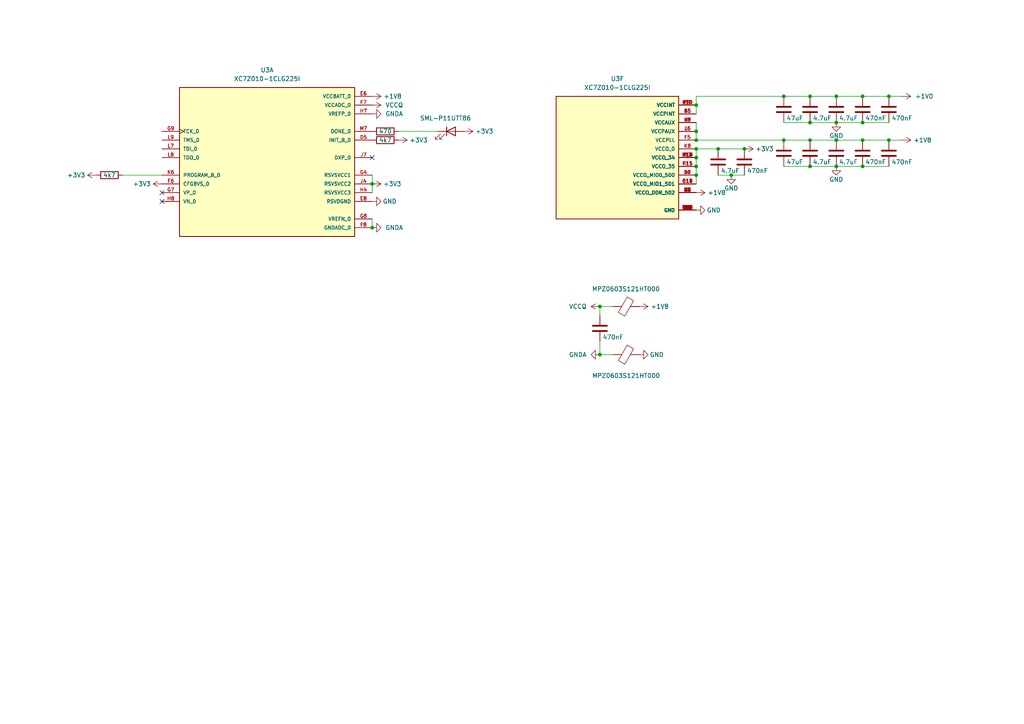
<source format=kicad_sch>
(kicad_sch (version 20231120) (generator "eeschema") (generator_version "8.0")
  (paper "A4")
  (lib_symbols
    (symbol "Device:C" (pin_numbers hide) (pin_names (offset 0.254))
      (property "Reference" "C" (at 0.635 2.54 0))
      (property "Value" "C" (at 0.635 -2.54 0))
      (symbol "C_0_1"
        (polyline (pts (xy -2.032 -0.762) (xy 2.032 -0.762)) (stroke (width 0.508)))
        (polyline (pts (xy -2.032 0.762) (xy 2.032 0.762)) (stroke (width 0.508)))
      )
      (symbol "C_1_1"
        (pin passive line (at 0 3.81 270) (length 2.794) (name "~") (number "1"))
        (pin passive line (at 0 -3.81 90) (length 2.794) (name "~") (number "2"))
      )
    )
    (symbol "Device:FerriteBead" (pin_numbers hide) (pin_names (offset 0))
      (property "Reference" "FB" (at -3.81 0.635 90))
      (property "Value" "FerriteBead" (at 3.81 0 90))
      (symbol "FerriteBead_0_1"
        (polyline (pts (xy 0 -1.27) (xy 0 -1.2192)))
        (polyline (pts (xy 0 1.27) (xy 0 1.2954)))
        (polyline (pts (xy -2.7686 0.4064) (xy -1.7018 2.2606) (xy 2.7686 -0.3048) (xy 1.6764 -2.159) (xy -2.7686 0.4064)))
      )
      (symbol "FerriteBead_1_1"
        (pin passive line (at 0 3.81 270) (length 2.54) (name "~") (number "1"))
        (pin passive line (at 0 -3.81 90) (length 2.54) (name "~") (number "2"))
      )
    )
    (symbol "Device:LED" (pin_numbers hide) (pin_names (offset 1.016) hide)
      (property "Reference" "D" (at 0 2.54 0))
      (property "Value" "LED" (at 0 -2.54 0))
      (symbol "LED_0_1"
        (polyline (pts (xy -1.27 -1.27) (xy -1.27 1.27)) (stroke (width 0.254)))
        (polyline (pts (xy -1.27 0) (xy 1.27 0)))
        (polyline (pts (xy 1.27 -1.27) (xy 1.27 1.27) (xy -1.27 0) (xy 1.27 -1.27)) (stroke (width 0.254)))
        (polyline (pts (xy -3.048 -0.762) (xy -4.572 -2.286) (xy -3.81 -2.286) (xy -4.572 -2.286) (xy -4.572 -1.524)))
        (polyline (pts (xy -1.778 -0.762) (xy -3.302 -2.286) (xy -2.54 -2.286) (xy -3.302 -2.286) (xy -3.302 -1.524)))
      )
      (symbol "LED_1_1"
        (pin passive line (at -3.81 0 0) (length 2.54) (name "K") (number "1"))
        (pin passive line (at 3.81 0 180) (length 2.54) (name "A") (number "2"))
      )
    )
    (symbol "Device:R" (pin_numbers hide) (pin_names (offset 0))
      (property "Reference" "R" (at 2.032 0 90))
      (property "Value" "R" (at 0 0 90))
      (symbol "R_0_1"
        (rectangle (start -1.016 -2.54) (end 1.016 2.54) (stroke (width 0.254)))
      )
      (symbol "R_1_1"
        (pin passive line (at 0 3.81 270) (length 1.27) (name "~") (number "1"))
        (pin passive line (at 0 -3.81 90) (length 1.27) (name "~") (number "2"))
      )
    )
    (symbol "ESP32-PRO_Rev_B1:GND" (power) (pin_names (offset 0))
      (property "Value" "GND" (at 0 -3.81 0))
      (symbol "GND_0_1"
        (polyline (pts (xy 0 0) (xy 0 -1.27) (xy 1.27 -1.27) (xy 0 -2.54) (xy -1.27 -1.27) (xy 0 -1.27)))
      )
      (symbol "GND_1_1"
        (pin power_in line (at 0 0 270) (length 0) hide (name "GND") (number "1"))
      )
    )
    (symbol "Personal:XC7Z010-1CLG225I" (pin_names (offset 1.016))
      (property "Reference" "U" (at -25.5456 24.8201 0))
      (property "Value" "XC7Z010-1CLG225I" (at -25.5473 -24.1252 0))
      (symbol "XC7Z010-1CLG225I_1_0"
        (rectangle (start -25.4 -20.32) (end 25.4 22.86) (stroke (width 0.254)) (fill (type background)))
        (pin bidirectional line (at 30.48 7.62 180) (length 5.08) (name "INIT_B_0") (number "D5"))
        (pin power_in line (at 30.48 20.32 180) (length 5.08) (name "VCCBATT_0") (number "E6"))
        (pin passive line (at 30.48 -10.16 180) (length 5.08) (name "RSVDGND") (number "E8"))
        (pin input line (at -30.48 -5.08 0) (length 5.08) (name "CFGBVS_0") (number "F6"))
        (pin power_in line (at 30.48 17.78 180) (length 5.08) (name "VCCADC_0") (number "F7"))
        (pin power_in line (at 30.48 -17.78 180) (length 5.08) (name "GNDADC_0") (number "F8"))
        (pin passive line (at 30.48 -2.54 180) (length 5.08) (name "RSVSVCC1") (number "G4"))
        (pin input line (at -30.48 -7.62 0) (length 5.08) (name "VP_0") (number "G7"))
        (pin power_in line (at 30.48 -15.24 180) (length 5.08) (name "VREFN_0") (number "G8"))
        (pin input clock (at -30.48 10.16 0) (length 5.08) (name "TCK_0") (number "G9"))
        (pin passive line (at 30.48 -7.62 180) (length 5.08) (name "RSVSVCC3") (number "H4"))
        (pin power_in line (at 30.48 15.24 180) (length 5.08) (name "VREFP_0") (number "H7"))
        (pin input line (at -30.48 -10.16 0) (length 5.08) (name "VN_0") (number "H8"))
        (pin passive line (at 30.48 -5.08 180) (length 5.08) (name "RSVSVCC2") (number "J4"))
        (pin output line (at 30.48 2.54 180) (length 5.08) (name "DXP_0") (number "J7"))
        (pin input line (at -30.48 -2.54 0) (length 5.08) (name "PROGRAM_B_0") (number "K6"))
        (pin input line (at -30.48 5.08 0) (length 5.08) (name "TDI_0") (number "L7"))
        (pin output line (at -30.48 2.54 0) (length 5.08) (name "TDO_0") (number "L8"))
        (pin input line (at -30.48 7.62 0) (length 5.08) (name "TMS_0") (number "L9"))
        (pin bidirectional line (at 30.48 10.16 180) (length 5.08) (name "DONE_0") (number "M7"))
      )
      (symbol "XC7Z010-1CLG225I_2_0"
        (rectangle (start -27.94 -30.48) (end 27.94 33.02) (stroke (width 0.254)) (fill (type background)))
        (pin bidirectional line (at -33.02 30.48 0) (length 5.08) (name "IO_L1P_T0_34") (number "G11"))
        (pin bidirectional line (at -33.02 25.4 0) (length 5.08) (name "IO_L2P_T0_34") (number "G12"))
        (pin bidirectional line (at -33.02 20.32 0) (length 5.08) (name "IO_L3P_T0_DQS_PUDC_B_34") (number "G14"))
        (pin bidirectional line (at -33.02 5.08 0) (length 5.08) (name "IO_L6P_T0_34") (number "H11"))
        (pin bidirectional line (at -33.02 27.94 0) (length 5.08) (name "IO_L1N_T0_34") (number "H12"))
        (pin bidirectional line (at -33.02 22.86 0) (length 5.08) (name "IO_L2N_T0_34") (number "H13"))
        (pin bidirectional line (at -33.02 17.78 0) (length 5.08) (name "IO_L3N_T0_DQS_34") (number "H14"))
        (pin bidirectional line (at -33.02 2.54 0) (length 5.08) (name "IO_L6N_T0_VREF_34") (number "J11"))
        (pin bidirectional line (at -33.02 10.16 0) (length 5.08) (name "IO_L5P_T0_34") (number "J13"))
        (pin bidirectional line (at -33.02 7.62 0) (length 5.08) (name "IO_L5N_T0_34") (number "J14"))
        (pin bidirectional line (at -33.02 15.24 0) (length 5.08) (name "IO_L4P_T0_34") (number "J15"))
        (pin bidirectional line (at -33.02 -20.32 0) (length 5.08) (name "IO_L11P_T1_SRCC_34") (number "K11"))
        (pin bidirectional line (at -33.02 -22.86 0) (length 5.08) (name "IO_L11N_T1_SRCC_34") (number "K12"))
        (pin bidirectional line (at -33.02 -15.24 0) (length 5.08) (name "IO_L10P_T1_34") (number "K13"))
        (pin bidirectional line (at -33.02 12.7 0) (length 5.08) (name "IO_L4N_T0_34") (number "K15"))
        (pin bidirectional line (at -33.02 -25.4 0) (length 5.08) (name "IO_L12P_T1_MRCC_34") (number "L12"))
        (pin bidirectional line (at -33.02 -17.78 0) (length 5.08) (name "IO_L10N_T1_34") (number "L13"))
        (pin bidirectional line (at -33.02 -10.16 0) (length 5.08) (name "IO_L9P_T1_DQS_34") (number "L14"))
        (pin bidirectional line (at -33.02 -5.08 0) (length 5.08) (name "IO_L8P_T1_34") (number "L15"))
        (pin bidirectional line (at 33.02 -5.08 180) (length 5.08) (name "IO_L21P_T3_DQS_34") (number "M10"))
        (pin bidirectional line (at 33.02 -7.62 180) (length 5.08) (name "IO_L21N_T3_DQS_34") (number "M11"))
        (pin bidirectional line (at -33.02 -27.94 0) (length 5.08) (name "IO_L12N_T1_MRCC_34") (number "M12"))
        (pin bidirectional line (at -33.02 -12.7 0) (length 5.08) (name "IO_L9N_T1_DQS_34") (number "M14"))
        (pin bidirectional line (at -33.02 -7.62 0) (length 5.08) (name "IO_L8N_T1_34") (number "M15"))
        (pin bidirectional line (at 33.02 5.08 180) (length 5.08) (name "IO_L19P_T3_34") (number "M9"))
        (pin bidirectional line (at 33.02 30.48 180) (length 5.08) (name "IO_L13P_T2_MRCC_34") (number "N11"))
        (pin bidirectional line (at 33.02 27.94 180) (length 5.08) (name "IO_L13N_T2_MRCC_34") (number "N12"))
        (pin bidirectional line (at -33.02 0 0) (length 5.08) (name "IO_L7P_T1_34") (number "N13"))
        (pin bidirectional line (at -33.02 -2.54 0) (length 5.08) (name "IO_L7N_T1_34") (number "N14"))
        (pin bidirectional line (at 33.02 -10.16 180) (length 5.08) (name "IO_L22P_T3_34") (number "N7"))
        (pin bidirectional line (at 33.02 -12.7 180) (length 5.08) (name "IO_L22N_T3_34") (number "N8"))
        (pin bidirectional line (at 33.02 2.54 180) (length 5.08) (name "IO_L19N_T3_VREF_34") (number "N9"))
        (pin bidirectional line (at 33.02 -20.32 180) (length 5.08) (name "IO_L24P_T3_34") (number "P10"))
        (pin bidirectional line (at 33.02 20.32 180) (length 5.08) (name "IO_L16P_T2_34") (number "P11"))
        (pin bidirectional line (at 33.02 10.16 180) (length 5.08) (name "IO_L18P_T2_34") (number "P13"))
        (pin bidirectional line (at 33.02 7.62 180) (length 5.08) (name "IO_L18N_T2_34") (number "P14"))
        (pin bidirectional line (at 33.02 25.4 180) (length 5.08) (name "IO_L15P_T2_DQS_34") (number "P15"))
        (pin bidirectional line (at 33.02 -15.24 180) (length 5.08) (name "IO_L23P_T3_34") (number "P8"))
        (pin bidirectional line (at 33.02 -17.78 180) (length 5.08) (name "IO_L23N_T3_34") (number "P9"))
        (pin bidirectional line (at 33.02 -22.86 180) (length 5.08) (name "IO_L24N_T3_34") (number "R10"))
        (pin bidirectional line (at 33.02 17.78 180) (length 5.08) (name "IO_L16N_T2_34") (number "R11"))
        (pin bidirectional line (at 33.02 15.24 180) (length 5.08) (name "IO_L17P_T2_34") (number "R12"))
        (pin bidirectional line (at 33.02 12.7 180) (length 5.08) (name "IO_L17N_T2_34") (number "R13"))
        (pin bidirectional line (at 33.02 22.86 180) (length 5.08) (name "IO_L15N_T2_DQS_34") (number "R15"))
        (pin bidirectional line (at 33.02 0 180) (length 5.08) (name "IO_L20P_T3_34") (number "R7"))
        (pin bidirectional line (at 33.02 -2.54 180) (length 5.08) (name "IO_L20N_T3_34") (number "R8"))
      )
      (symbol "XC7Z010-1CLG225I_3_0"
        (rectangle (start -22.86 -10.16) (end 22.86 12.7) (stroke (width 0.254)) (fill (type background)))
        (pin bidirectional line (at -27.94 5.08 0) (length 5.08) (name "IO_L2P_T0_AD8P_35") (number "E11"))
        (pin bidirectional line (at -27.94 2.54 0) (length 5.08) (name "IO_L2N_T0_AD8N_35") (number "E12"))
        (pin bidirectional line (at -27.94 7.62 0) (length 5.08) (name "IO_L1N_T0_AD0N_35") (number "E13"))
        (pin bidirectional line (at -27.94 10.16 0) (length 5.08) (name "IO_L1P_T0_AD0P_35") (number "F12"))
        (pin bidirectional line (at -27.94 0 0) (length 5.08) (name "IO_L3P_T0_DQS_AD1P_35") (number "F13"))
        (pin bidirectional line (at -27.94 -2.54 0) (length 5.08) (name "IO_L3N_T0_DQS_AD1N_35") (number "F14"))
        (pin bidirectional line (at -27.94 -7.62 0) (length 5.08) (name "IO_L5N_T0_AD9N_35") (number "F15"))
        (pin bidirectional line (at -27.94 -5.08 0) (length 5.08) (name "IO_L5P_T0_AD9P_35") (number "G15"))
      )
      (symbol "XC7Z010-1CLG225I_4_0"
        (rectangle (start -22.86 -25.4) (end 22.86 25.4) (stroke (width 0.254)) (fill (type background)))
        (pin bidirectional line (at -27.94 0 0) (length 5.08) (name "PS_MIO6_500") (number "A10"))
        (pin bidirectional line (at 27.94 -20.32 180) (length 5.08) (name "PS_MIO52_501") (number "A12"))
        (pin bidirectional line (at 27.94 -10.16 180) (length 5.08) (name "PS_MIO38_501") (number "A13"))
        (pin bidirectional line (at 27.94 -2.54 180) (length 5.08) (name "PS_MIO35_501") (number "A14"))
        (pin bidirectional line (at 27.94 15.24 180) (length 5.08) (name "PS_MIO28_501") (number "A15"))
        (pin bidirectional line (at -27.94 12.7 0) (length 5.08) (name "PS_MIO1_500") (number "A5"))
        (pin bidirectional line (at -27.94 7.62 0) (length 5.08) (name "PS_MIO3_500") (number "A7"))
        (pin bidirectional line (at -27.94 10.16 0) (length 5.08) (name "PS_MIO2_500") (number "A8"))
        (pin bidirectional line (at -27.94 2.54 0) (length 5.08) (name "PS_MIO5_500") (number "A9"))
        (pin bidirectional line (at -27.94 -12.7 0) (length 5.08) (name "PS_MIO11_500") (number "B10"))
        (pin input line (at 27.94 20.32 180) (length 5.08) (name "PS_SRST_B_501") (number "B11"))
        (pin bidirectional line (at 27.94 -15.24 180) (length 5.08) (name "PS_MIO48_501") (number "B12"))
        (pin bidirectional line (at 27.94 -5.08 180) (length 5.08) (name "PS_MIO36_501") (number "B14"))
        (pin bidirectional line (at 27.94 10.16 180) (length 5.08) (name "PS_MIO30_501") (number "B15"))
        (pin bidirectional line (at -27.94 -7.62 0) (length 5.08) (name "PS_MIO9_500") (number "B5"))
        (pin bidirectional line (at -27.94 -5.08 0) (length 5.08) (name "PS_MIO8_500") (number "B6"))
        (pin bidirectional line (at -27.94 -15.24 0) (length 5.08) (name "PS_MIO12_500") (number "B7"))
        (pin bidirectional line (at -27.94 -20.32 0) (length 5.08) (name "PS_MIO14_500") (number "B9"))
        (pin bidirectional line (at 27.94 2.54 180) (length 5.08) (name "PS_MIO33_501") (number "C11"))
        (pin bidirectional line (at 27.94 7.62 180) (length 5.08) (name "PS_MIO31_501") (number "C12"))
        (pin bidirectional line (at 27.94 -22.86 180) (length 5.08) (name "PS_MIO53_501") (number "C13"))
        (pin bidirectional line (at 27.94 -7.62 180) (length 5.08) (name "PS_MIO37_501") (number "C14"))
        (pin bidirectional line (at -27.94 -17.78 0) (length 5.08) (name "PS_MIO13_500") (number "C6"))
        (pin input clock (at -27.94 22.86 0) (length 5.08) (name "PS_CLK_500") (number "C7"))
        (pin bidirectional line (at -27.94 5.08 0) (length 5.08) (name "PS_MIO4_500") (number "C8"))
        (pin input line (at -27.94 20.32 0) (length 5.08) (name "PS_POR_B_500") (number "C9"))
        (pin bidirectional line (at -27.94 -22.86 0) (length 5.08) (name "PS_MIO15_500") (number "D10"))
        (pin bidirectional line (at 27.94 12.7 180) (length 5.08) (name "PS_MIO29_501") (number "D11"))
        (pin bidirectional line (at 27.94 -17.78 180) (length 5.08) (name "PS_MIO49_501") (number "D13"))
        (pin bidirectional line (at 27.94 -12.7 180) (length 5.08) (name "PS_MIO39_501") (number "D14"))
        (pin bidirectional line (at 27.94 0 180) (length 5.08) (name "PS_MIO34_501") (number "D15"))
        (pin bidirectional line (at -27.94 -10.16 0) (length 5.08) (name "PS_MIO10_500") (number "D6"))
        (pin bidirectional line (at -27.94 15.24 0) (length 5.08) (name "PS_MIO0_500") (number "D8"))
        (pin bidirectional line (at -27.94 -2.54 0) (length 5.08) (name "PS_MIO7_500") (number "D9"))
        (pin bidirectional line (at 27.94 5.08 180) (length 5.08) (name "PS_MIO32_501") (number "E15"))
      )
      (symbol "XC7Z010-1CLG225I_5_0"
        (rectangle (start -27.94 -43.18) (end 27.94 43.18) (stroke (width 0.254)) (fill (type background)))
        (pin bidirectional line (at -33.02 38.1 0) (length 5.08) (name "PS_DDR_DQ1_502") (number "A2"))
        (pin bidirectional line (at -33.02 22.86 0) (length 5.08) (name "PS_DDR_DQ7_502") (number "A3"))
        (pin bidirectional line (at -33.02 27.94 0) (length 5.08) (name "PS_DDR_DQ5_502") (number "A4"))
        (pin output line (at 33.02 -2.54 180) (length 5.08) (name "PS_DDR_DM0_502") (number "B1"))
        (pin bidirectional line (at -33.02 -2.54 0) (length 5.08) (name "PS_DDR_DQS_N0_502") (number "B2"))
        (pin bidirectional line (at -33.02 30.48 0) (length 5.08) (name "PS_DDR_DQ4_502") (number "B4"))
        (pin bidirectional line (at -33.02 33.02 0) (length 5.08) (name "PS_DDR_DQ3_502") (number "C1"))
        (pin bidirectional line (at -33.02 0 0) (length 5.08) (name "PS_DDR_DQS_P0_502") (number "C2"))
        (pin bidirectional line (at -33.02 25.4 0) (length 5.08) (name "PS_DDR_DQ6_502") (number "C3"))
        (pin bidirectional line (at -33.02 35.56 0) (length 5.08) (name "PS_DDR_DQ2_502") (number "C4"))
        (pin bidirectional line (at -33.02 17.78 0) (length 5.08) (name "PS_DDR_DQ9_502") (number "D1"))
        (pin output line (at 33.02 -5.08 180) (length 5.08) (name "PS_DDR_DM1_502") (number "D3"))
        (pin bidirectional line (at -33.02 40.64 0) (length 5.08) (name "PS_DDR_DQ0_502") (number "D4"))
        (pin bidirectional line (at -33.02 20.32 0) (length 5.08) (name "PS_DDR_DQ8_502") (number "E1"))
        (pin bidirectional line (at -33.02 15.24 0) (length 5.08) (name "PS_DDR_DQ10_502") (number "E2"))
        (pin bidirectional line (at -33.02 12.7 0) (length 5.08) (name "PS_DDR_DQ11_502") (number "E3"))
        (pin bidirectional line (at -33.02 -7.62 0) (length 5.08) (name "PS_DDR_DQS_N1_502") (number "F2"))
        (pin bidirectional line (at -33.02 10.16 0) (length 5.08) (name "PS_DDR_DQ12_502") (number "F3"))
        (pin power_in line (at 33.02 40.64 180) (length 5.08) (name "PS_DDR_VREF0_502") (number "F4"))
        (pin bidirectional line (at -33.02 7.62 0) (length 5.08) (name "PS_DDR_DQ13_502") (number "G1"))
        (pin bidirectional line (at -33.02 -5.08 0) (length 5.08) (name "PS_DDR_DQS_P1_502") (number "G2"))
        (pin bidirectional line (at -33.02 5.08 0) (length 5.08) (name "PS_DDR_DQ14_502") (number "H1"))
        (pin bidirectional line (at -33.02 2.54 0) (length 5.08) (name "PS_DDR_DQ15_502") (number "H2"))
        (pin output line (at 33.02 -38.1 180) (length 5.08) (name "PS_DDR_VRP_502") (number "H3"))
        (pin output line (at 33.02 10.16 180) (length 5.08) (name "PS_DDR_A10_502") (number "J1"))
        (pin output line (at 33.02 -40.64 180) (length 5.08) (name "PS_DDR_VRN_502") (number "J3"))
        (pin output line (at 33.02 0 180) (length 5.08) (name "PS_DDR_A14_502") (number "K1"))
        (pin output line (at 33.02 2.54 180) (length 5.08) (name "PS_DDR_A13_502") (number "K2"))
        (pin output line (at 33.02 -25.4 180) (length 5.08) (name "PS_DDR_ODT_502") (number "K3"))
        (pin output line (at 33.02 7.62 180) (length 5.08) (name "PS_DDR_A11_502") (number "L2"))
        (pin output line (at 33.02 -20.32 180) (length 5.08) (name "PS_DDR_CKE_502") (number "L3"))
        (pin output line (at 33.02 -22.86 180) (length 5.08) (name "PS_DDR_DRST_B_502") (number "L4"))
        (pin output line (at 33.02 30.48 180) (length 5.08) (name "PS_DDR_A2_502") (number "M1"))
        (pin output line (at 33.02 5.08 180) (length 5.08) (name "PS_DDR_A12_502") (number "M2"))
        (pin output line (at 33.02 27.94 180) (length 5.08) (name "PS_DDR_A3_502") (number "M4"))
        (pin output line (at 33.02 17.78 180) (length 5.08) (name "PS_DDR_A7_502") (number "M5"))
        (pin output line (at 33.02 -7.62 180) (length 5.08) (name "PS_DDR_BA0_502") (number "M6"))
        (pin output line (at 33.02 33.02 180) (length 5.08) (name "PS_DDR_A1_502") (number "N1"))
        (pin output clock (at 33.02 -17.78 180) (length 5.08) (name "PS_DDR_CKN_502") (number "N2"))
        (pin output clock (at 33.02 -15.24 180) (length 5.08) (name "PS_DDR_CKP_502") (number "N3"))
        (pin output line (at 33.02 12.7 180) (length 5.08) (name "PS_DDR_A9_502") (number "N4"))
        (pin output line (at 33.02 -12.7 180) (length 5.08) (name "PS_DDR_BA2_502") (number "N6"))
        (pin output line (at 33.02 35.56 180) (length 5.08) (name "PS_DDR_A0_502") (number "P1"))
        (pin output line (at 33.02 25.4 180) (length 5.08) (name "PS_DDR_A4_502") (number "P3"))
        (pin output line (at 33.02 22.86 180) (length 5.08) (name "PS_DDR_A5_502") (number "P4"))
        (pin output line (at 33.02 20.32 180) (length 5.08) (name "PS_DDR_A6_502") (number "P5"))
        (pin output line (at 33.02 15.24 180) (length 5.08) (name "PS_DDR_A8_502") (number "P6"))
        (pin output line (at 33.02 -10.16 180) (length 5.08) (name "PS_DDR_BA1_502") (number "R1"))
        (pin output line (at 33.02 -27.94 180) (length 5.08) (name "PS_DDR_CS_B_502") (number "R2"))
        (pin output line (at 33.02 -30.48 180) (length 5.08) (name "PS_DDR_WE_B_502") (number "R3"))
        (pin output line (at 33.02 -33.02 180) (length 5.08) (name "PS_DDR_CAS_B_502") (number "R5"))
        (pin output line (at 33.02 -35.56 180) (length 5.08) (name "PS_DDR_RAS_B_502") (number "R6"))
      )
      (symbol "XC7Z010-1CLG225I_6_0"
        (rectangle (start -17.78 -17.78) (end 17.78 17.78) (stroke (width 0.254)) (fill (type background)))
        (pin power_in line (at 22.86 -15.24 180) (length 5.08) (name "GND") (number "A1"))
        (pin power_in line (at 22.86 -15.24 180) (length 5.08) (name "GND") (number "A11"))
        (pin power_in line (at 22.86 -5.08 180) (length 5.08) (name "VCCO_MIO0_500") (number "A6"))
        (pin power_in line (at 22.86 -7.62 180) (length 5.08) (name "VCCO_MIO1_501") (number "B13"))
        (pin power_in line (at 22.86 -10.16 180) (length 5.08) (name "VCCO_DDR_502") (number "B3"))
        (pin power_in line (at 22.86 -15.24 180) (length 5.08) (name "GND") (number "B8"))
        (pin power_in line (at 22.86 -7.62 180) (length 5.08) (name "VCCO_MIO1_501") (number "C10"))
        (pin power_in line (at 22.86 -15.24 180) (length 5.08) (name "GND") (number "C15"))
        (pin power_in line (at 22.86 -15.24 180) (length 5.08) (name "GND") (number "C5"))
        (pin power_in line (at 22.86 -15.24 180) (length 5.08) (name "GND") (number "D12"))
        (pin power_in line (at 22.86 -15.24 180) (length 5.08) (name "GND") (number "D2"))
        (pin power_in line (at 22.86 -5.08 180) (length 5.08) (name "VCCO_MIO0_500") (number "D7"))
        (pin power_in line (at 22.86 15.24 180) (length 5.08) (name "VCCINT") (number "E10"))
        (pin power_in line (at 22.86 -7.62 180) (length 5.08) (name "VCCO_MIO1_501") (number "E14"))
        (pin power_in line (at 22.86 -10.16 180) (length 5.08) (name "VCCO_DDR_502") (number "E4"))
        (pin power_in line (at 22.86 -15.24 180) (length 5.08) (name "GND") (number "E5"))
        (pin power_in line (at 22.86 -15.24 180) (length 5.08) (name "GND") (number "E7"))
        (pin power_in line (at 22.86 -15.24 180) (length 5.08) (name "GND") (number "E9"))
        (pin power_in line (at 22.86 -10.16 180) (length 5.08) (name "VCCO_DDR_502") (number "F1"))
        (pin power_in line (at 22.86 -15.24 180) (length 5.08) (name "GND") (number "F10"))
        (pin power_in line (at 22.86 -2.54 180) (length 5.08) (name "VCCO_35") (number "F11"))
        (pin power_in line (at 22.86 5.08 180) (length 5.08) (name "VCCPLL") (number "F5"))
        (pin power_in line (at 22.86 15.24 180) (length 5.08) (name "VCCINT") (number "F9"))
        (pin power_in line (at 22.86 15.24 180) (length 5.08) (name "VCCINT") (number "G10"))
        (pin power_in line (at 22.86 -15.24 180) (length 5.08) (name "GND") (number "G13"))
        (pin power_in line (at 22.86 -15.24 180) (length 5.08) (name "GND") (number "G3"))
        (pin power_in line (at 22.86 -15.24 180) (length 5.08) (name "GND") (number "G5"))
        (pin power_in line (at 22.86 12.7 180) (length 5.08) (name "VCCPINT") (number "G6"))
        (pin power_in line (at 22.86 -15.24 180) (length 5.08) (name "GND") (number "H10"))
        (pin power_in line (at 22.86 -2.54 180) (length 5.08) (name "VCCO_35") (number "H15"))
        (pin power_in line (at 22.86 12.7 180) (length 5.08) (name "VCCPINT") (number "H5"))
        (pin power_in line (at 22.86 -15.24 180) (length 5.08) (name "GND") (number "H6"))
        (pin power_in line (at 22.86 10.16 180) (length 5.08) (name "VCCAUX") (number "H9"))
        (pin power_in line (at 22.86 15.24 180) (length 5.08) (name "VCCINT") (number "J10"))
        (pin power_in line (at 22.86 0 180) (length 5.08) (name "VCCO_34") (number "J12"))
        (pin power_in line (at 22.86 -10.16 180) (length 5.08) (name "VCCO_DDR_502") (number "J2"))
        (pin power_in line (at 22.86 -15.24 180) (length 5.08) (name "GND") (number "J5"))
        (pin power_in line (at 22.86 7.62 180) (length 5.08) (name "VCCPAUX") (number "J6"))
        (pin power_in line (at 22.86 10.16 180) (length 5.08) (name "VCCAUX") (number "J8"))
        (pin power_in line (at 22.86 -15.24 180) (length 5.08) (name "GND") (number "J9"))
        (pin power_in line (at 22.86 -15.24 180) (length 5.08) (name "GND") (number "K10"))
        (pin power_in line (at 22.86 -15.24 180) (length 5.08) (name "GND") (number "K14"))
        (pin power_in line (at 22.86 -15.24 180) (length 5.08) (name "GND") (number "K4"))
        (pin power_in line (at 22.86 12.7 180) (length 5.08) (name "VCCPINT") (number "K5"))
        (pin power_in line (at 22.86 -15.24 180) (length 5.08) (name "GND") (number "K7"))
        (pin power_in line (at 22.86 2.54 180) (length 5.08) (name "VCCO_0") (number "K8"))
        (pin power_in line (at 22.86 10.16 180) (length 5.08) (name "VCCAUX") (number "K9"))
        (pin power_in line (at 22.86 -15.24 180) (length 5.08) (name "GND") (number "L1"))
        (pin power_in line (at 22.86 15.24 180) (length 5.08) (name "VCCINT") (number "L10"))
        (pin power_in line (at 22.86 -15.24 180) (length 5.08) (name "GND") (number "L11"))
        (pin power_in line (at 22.86 -15.24 180) (length 5.08) (name "GND") (number "L5"))
        (pin power_in line (at 22.86 7.62 180) (length 5.08) (name "VCCPAUX") (number "L6"))
        (pin power_in line (at 22.86 0 180) (length 5.08) (name "VCCO_34") (number "M13"))
        (pin power_in line (at 22.86 -10.16 180) (length 5.08) (name "VCCO_DDR_502") (number "M3"))
        (pin power_in line (at 22.86 -15.24 180) (length 5.08) (name "GND") (number "M8"))
        (pin power_in line (at 22.86 0 180) (length 5.08) (name "VCCO_34") (number "N10"))
        (pin power_in line (at 22.86 -15.24 180) (length 5.08) (name "GND") (number "N15"))
        (pin power_in line (at 22.86 -15.24 180) (length 5.08) (name "GND") (number "N5"))
        (pin power_in line (at 22.86 -15.24 180) (length 5.08) (name "GND") (number "P12"))
        (pin power_in line (at 22.86 -15.24 180) (length 5.08) (name "GND") (number "P2"))
        (pin power_in line (at 22.86 0 180) (length 5.08) (name "VCCO_34") (number "P7"))
        (pin power_in line (at 22.86 0 180) (length 5.08) (name "VCCO_34") (number "R14"))
        (pin power_in line (at 22.86 -10.16 180) (length 5.08) (name "VCCO_DDR_502") (number "R4"))
        (pin power_in line (at 22.86 -15.24 180) (length 5.08) (name "GND") (number "R9"))
      )
    )
    (symbol "power:+1V0" (power) (pin_numbers hide) (pin_names (offset 0) hide)
      (property "Value" "+1V0" (at 0 3.556 0))
      (symbol "+1V0_0_1"
        (polyline (pts (xy -0.762 1.27) (xy 0 2.54)))
        (polyline (pts (xy 0 0) (xy 0 2.54)))
        (polyline (pts (xy 0 2.54) (xy 0.762 1.27)))
      )
      (symbol "+1V0_1_1"
        (pin power_in line (at 0 0 90) (length 0) (name "~") (number "1"))
      )
    )
    (symbol "power:+1V8" (power) (pin_numbers hide) (pin_names (offset 0) hide)
      (property "Value" "+1V8" (at 0 3.556 0))
      (symbol "+1V8_0_1"
        (polyline (pts (xy -0.762 1.27) (xy 0 2.54)))
        (polyline (pts (xy 0 0) (xy 0 2.54)))
        (polyline (pts (xy 0 2.54) (xy 0.762 1.27)))
      )
      (symbol "+1V8_1_1"
        (pin power_in line (at 0 0 90) (length 0) (name "~") (number "1"))
      )
    )
    (symbol "power:+3V3" (power) (pin_names (offset 0))
      (property "Value" "+3V3" (at 0 3.556 0))
      (symbol "+3V3_0_1"
        (polyline (pts (xy -0.762 1.27) (xy 0 2.54)))
        (polyline (pts (xy 0 0) (xy 0 2.54)))
        (polyline (pts (xy 0 2.54) (xy 0.762 1.27)))
      )
      (symbol "+3V3_1_1"
        (pin power_in line (at 0 0 90) (length 0) hide (name "+3V3") (number "1"))
      )
    )
    (symbol "power:GNDA" (power) (pin_numbers hide) (pin_names (offset 0) hide)
      (property "Value" "GNDA" (at 0 -3.81 0))
      (symbol "GNDA_0_1"
        (polyline (pts (xy 0 0) (xy 0 -1.27) (xy 1.27 -1.27) (xy 0 -2.54) (xy -1.27 -1.27) (xy 0 -1.27)))
      )
      (symbol "GNDA_1_1"
        (pin power_in line (at 0 0 270) (length 0) (name "~") (number "1"))
      )
    )
    (symbol "power:VCCQ" (power) (pin_numbers hide) (pin_names (offset 0) hide)
      (property "Value" "VCCQ" (at 0 3.556 0))
      (symbol "VCCQ_0_1"
        (polyline (pts (xy -0.762 1.27) (xy 0 2.54)))
        (polyline (pts (xy 0 0) (xy 0 2.54)))
        (polyline (pts (xy 0 2.54) (xy 0.762 1.27)))
      )
      (symbol "VCCQ_1_1"
        (pin power_in line (at 0 0 90) (length 0) (name "~") (number "1"))
      )
    )
  )
  (junction (at 173.99 102.87))
  (junction (at 212.09 50.8))
  (junction (at 250.19 27.94))
  (junction (at 257.81 27.94))
  (junction (at 201.93 30.48))
  (junction (at 234.95 27.94))
  (junction (at 201.93 50.8))
  (junction (at 257.81 40.64))
  (junction (at 234.95 48.26))
  (junction (at 242.57 35.56))
  (junction (at 201.93 38.1))
  (junction (at 234.95 35.56))
  (junction (at 201.93 48.26))
  (junction (at 242.57 40.64))
  (junction (at 250.19 40.64))
  (junction (at 201.93 45.72))
  (junction (at 208.28 43.18))
  (junction (at 173.99 88.9))
  (junction (at 250.19 35.56))
  (junction (at 215.9 43.18))
  (junction (at 107.95 66.04))
  (junction (at 201.93 40.64))
  (junction (at 227.33 40.64))
  (junction (at 242.57 48.26))
  (junction (at 227.33 27.94))
  (junction (at 234.95 40.64))
  (junction (at 250.19 48.26))
  (junction (at 201.93 43.18))
  (junction (at 242.57 27.94))
  (junction (at 107.95 53.34))
  (no_connect (at 46.99 55.88))
  (no_connect (at 46.99 58.42))
  (no_connect (at 107.95 45.72))
  (wire (pts (xy 227.33 35.56) (xy 234.95 35.56)))
  (wire (pts (xy 107.95 63.5) (xy 107.95 66.04)))
  (wire (pts (xy 208.28 43.18) (xy 215.9 43.18)))
  (wire (pts (xy 107.95 53.34) (xy 107.95 55.88)))
  (wire (pts (xy 173.99 91.44) (xy 173.99 88.9)))
  (wire (pts (xy 201.93 27.94) (xy 201.93 30.48)))
  (wire (pts (xy 250.19 40.64) (xy 257.81 40.64)))
  (wire (pts (xy 201.93 30.48) (xy 201.93 33.02)))
  (wire (pts (xy 201.93 43.18) (xy 208.28 43.18)))
  (wire (pts (xy 257.81 40.64) (xy 261.62 40.64)))
  (wire (pts (xy 35.56 50.8) (xy 46.99 50.8)))
  (wire (pts (xy 234.95 27.94) (xy 242.57 27.94)))
  (wire (pts (xy 234.95 27.94) (xy 227.33 27.94)))
  (wire (pts (xy 242.57 27.94) (xy 250.19 27.94)))
  (wire (pts (xy 234.95 48.26) (xy 242.57 48.26)))
  (wire (pts (xy 201.93 40.64) (xy 227.33 40.64)))
  (wire (pts (xy 208.28 50.8) (xy 212.09 50.8)))
  (wire (pts (xy 212.09 50.8) (xy 215.9 50.8)))
  (wire (pts (xy 201.93 50.8) (xy 201.93 53.34)))
  (wire (pts (xy 242.57 35.56) (xy 250.19 35.56)))
  (wire (pts (xy 250.19 48.26) (xy 257.81 48.26)))
  (wire (pts (xy 234.95 35.56) (xy 242.57 35.56)))
  (wire (pts (xy 257.81 27.94) (xy 261.62 27.94)))
  (wire (pts (xy 201.93 27.94) (xy 227.33 27.94)))
  (wire (pts (xy 250.19 35.56) (xy 257.81 35.56)))
  (wire (pts (xy 234.95 40.64) (xy 242.57 40.64)))
  (wire (pts (xy 227.33 48.26) (xy 234.95 48.26)))
  (wire (pts (xy 201.93 45.72) (xy 201.93 48.26)))
  (wire (pts (xy 234.95 40.64) (xy 227.33 40.64)))
  (wire (pts (xy 242.57 40.64) (xy 250.19 40.64)))
  (wire (pts (xy 177.8 102.87) (xy 173.99 102.87)))
  (wire (pts (xy 173.99 102.87) (xy 173.99 99.06)))
  (wire (pts (xy 107.95 50.8) (xy 107.95 53.34)))
  (wire (pts (xy 201.93 35.56) (xy 201.93 38.1)))
  (wire (pts (xy 127 38.1) (xy 115.57 38.1)))
  (wire (pts (xy 250.19 27.94) (xy 257.81 27.94)))
  (wire (pts (xy 173.99 88.9) (xy 177.8 88.9)))
  (wire (pts (xy 201.93 48.26) (xy 201.93 50.8)))
  (wire (pts (xy 201.93 38.1) (xy 201.93 40.64)))
  (wire (pts (xy 242.57 48.26) (xy 250.19 48.26)))
  (wire (pts (xy 201.93 43.18) (xy 201.93 45.72)))
  (symbol (lib_id "ESP32-PRO_Rev_B1:GND") (at 212.09 50.8 0) (unit 1)
    (property "Reference" "#PWR034" (effects (hide yes)))
    (property "Value" "GND" (at 212.09 54.61 0))
  )
  (symbol (lib_id "Device:R") (at 111.76 38.1 270) (unit 1)
    (property "Reference" "R13" (effects (hide yes)))
    (property "Value" "470" (at 111.76 38.1 90))
    (property "Footprint" "Capacitor_SMD:C_0201_0603Metric" (effects (hide yes)))
    (property "Description" "Resistor" (effects (hide yes)))
  )
  (symbol (lib_id "power:+1V8") (at 261.62 40.64 270) (unit 1)
    (property "Reference" "#PWR035" (effects (hide yes)))
    (property "Value" "+1V8" (at 264.922 40.64 90) (effects (justify left)))
    (property "Description" "Power symbol creates a global label with name \"+1V8\"" (effects (hide yes)))
  )
  (symbol (lib_id "Device:LED") (at 130.81 38.1 0) (unit 1)
    (property "Reference" "D1" (effects (hide yes)))
    (property "Value" "SML-P11UTT86" (at 129.2225 34.29 0))
    (property "Footprint" "LED_SMD:LED_0402_1005Metric" (effects (hide yes)))
    (property "Description" "Light emitting diode" (effects (hide yes)))
  )
  (symbol (lib_id "Device:C") (at 242.57 31.75 0) (unit 1)
    (property "Reference" "C21" (effects (hide yes)))
    (property "Value" "4.7uF" (at 243.332 34.29 0) (effects (justify left)))
    (property "Footprint" "Capacitor_SMD:C_0201_0603Metric" (effects (hide yes)))
    (property "Description" "Unpolarized capacitor" (effects (hide yes)))
  )
  (symbol (lib_id "ESP32-PRO_Rev_B1:GND") (at 201.93 60.96 90) (unit 1)
    (property "Reference" "#PWR039" (effects (hide yes)))
    (property "Value" "GND" (at 207.01 60.96 90))
  )
  (symbol (lib_id "power:+1V8") (at 201.93 55.88 270) (unit 1)
    (property "Reference" "#PWR038" (effects (hide yes)))
    (property "Value" "+1V8" (at 205.232 55.88 90) (effects (justify left)))
    (property "Description" "Power symbol creates a global label with name \"+1V8\"" (effects (hide yes)))
  )
  (symbol (lib_id "power:+3V3") (at 107.95 53.34 270) (unit 1)
    (property "Reference" "#PWR047" (effects (hide yes)))
    (property "Value" "+3V3" (at 113.792 53.34 90))
  )
  (symbol (lib_id "power:GNDA") (at 107.95 66.04 90) (mirror x) (unit 1)
    (property "Reference" "#PWR044" (effects (hide yes)))
    (property "Value" "GNDA" (at 111.76 66.0399 90) (effects (justify right)))
    (property "Description" "Power symbol creates a global label with name \"GNDA\" , analog ground" (effects (hide yes)))
  )
  (symbol (lib_id "power:+3V3") (at 46.99 53.34 90) (mirror x) (unit 1)
    (property "Reference" "#PWR049" (effects (hide yes)))
    (property "Value" "+3V3" (at 41.148 53.34 90))
  )
  (symbol (lib_id "Device:C") (at 234.95 31.75 0) (unit 1)
    (property "Reference" "C20" (effects (hide yes)))
    (property "Value" "4.7uF" (at 235.712 34.29 0) (effects (justify left)))
    (property "Footprint" "Capacitor_SMD:C_0201_0603Metric" (effects (hide yes)))
    (property "Description" "Unpolarized capacitor" (effects (hide yes)))
  )
  (symbol (lib_id "power:+3V3") (at 134.62 38.1 270) (unit 1)
    (property "Reference" "#PWR052" (effects (hide yes)))
    (property "Value" "+3V3" (at 140.462 38.1 90))
  )
  (symbol (lib_id "ESP32-PRO_Rev_B1:GND") (at 242.57 35.56 0) (unit 1)
    (property "Reference" "#PWR053" (effects (hide yes)))
    (property "Value" "GND" (at 242.57 39.37 0))
  )
  (symbol (lib_id "Device:C") (at 215.9 46.99 0) (unit 1)
    (property "Reference" "C25" (effects (hide yes)))
    (property "Value" "470nF" (at 216.662 49.53 0) (effects (justify left)))
    (property "Footprint" "Capacitor_SMD:C_0201_0603Metric" (effects (hide yes)))
    (property "Description" "Unpolarized capacitor" (effects (hide yes)))
  )
  (symbol (lib_id "Device:C") (at 227.33 31.75 0) (unit 1)
    (property "Reference" "C19" (effects (hide yes)))
    (property "Value" "47uF" (at 228.092 34.29 0) (effects (justify left)))
    (property "Footprint" "Capacitor_SMD:C_0805_2012Metric" (effects (hide yes)))
    (property "Description" "Unpolarized capacitor" (effects (hide yes)))
  )
  (symbol (lib_id "power:VCCQ") (at 107.95 30.48 270) (unit 1)
    (property "Reference" "#PWR041" (effects (hide yes)))
    (property "Value" "VCCQ" (at 111.76 30.4799 90) (effects (justify left)))
    (property "Description" "Power symbol creates a global label with name \"VCCQ\"" (effects (hide yes)))
  )
  (symbol (lib_id "Device:C") (at 250.19 44.45 0) (unit 1)
    (property "Reference" "C15" (effects (hide yes)))
    (property "Value" "470nF" (at 250.952 46.99 0) (effects (justify left)))
    (property "Footprint" "Capacitor_SMD:C_0201_0603Metric" (effects (hide yes)))
    (property "Description" "Unpolarized capacitor" (effects (hide yes)))
  )
  (symbol (lib_id "Personal:XC7Z010-1CLG225I") (at 179.07 45.72 0) (unit 6)
    (property "Reference" "U3" (at 179.07 22.86 0))
    (property "Value" "XC7Z010-1CLG225I" (at 179.07 25.4 0))
    (property "Footprint" "Sync_VT extras:225-LFBGA" (effects (hide yes)))
    (property "MF" "Xilinx Inc." (effects (hide yes)))
    (property "SNAPEDA_PACKAGE_ID" "16134" (effects (hide yes)))
    (property "PACKAGE" "CSPBGA-225 Xilinx" (effects (hide yes)))
    (property "MPN" "XC7Z010-1CLG225I" (effects (hide yes)))
    (property "PRICE" "61.07 USD" (effects (hide yes)))
    (property "Package" "CSPBGA-225 Xilinx" (effects (hide yes)))
    (property "Check_prices" "https://www.snapeda.com/parts/XC7Z010-1CLG225I/Xilinx+Inc./view-part/?ref=eda" (effects (hide yes)))
    (property "STANDARD" "IPC-7351B" (effects (hide yes)))
    (property "PARREV" "1.8" (effects (hide yes)))
    (property "SnapEDA_Link" "https://www.snapeda.com/parts/XC7Z010-1CLG225I/Xilinx+Inc./view-part/?ref=snap" (effects (hide yes)))
    (property "MP" "XC7Z010-1CLG225I" (effects (hide yes)))
    (property "Price" "None" (effects (hide yes)))
    (property "Description_1" "\n                        \n                            Dual ARM® Cortex®-A9 MPCore™ with CoreSight™ System On Chip (SOC) IC Zynq®-7000 Artix™-7 FPGA, 28K Logic Cells   667MHz 225-CSPBGA (13x13)\n                        \n" (effects (hide yes)))
    (property "Availability" "In Stock" (effects (hide yes)))
    (property "AVAILABILITY" "Bad" (effects (hide yes)))
    (property "MANUFACTURER" "Xilinx" (effects (hide yes)))
  )
  (symbol (lib_id "power:GNDA") (at 173.99 102.87 270) (unit 1)
    (property "Reference" "#PWR043" (effects (hide yes)))
    (property "Value" "GNDA" (at 170.18 102.8699 90) (effects (justify right)))
    (property "Description" "Power symbol creates a global label with name \"GNDA\" , analog ground" (effects (hide yes)))
  )
  (symbol (lib_id "power:+3V3") (at 27.94 50.8 90) (mirror x) (unit 1)
    (property "Reference" "#PWR050" (effects (hide yes)))
    (property "Value" "+3V3" (at 22.098 50.8 90))
  )
  (symbol (lib_id "power:+3V3") (at 215.9 43.18 270) (unit 1)
    (property "Reference" "#PWR037" (effects (hide yes)))
    (property "Value" "+3V3" (at 221.742 43.18 90))
  )
  (symbol (lib_id "Device:C") (at 250.19 31.75 0) (unit 1)
    (property "Reference" "C22" (effects (hide yes)))
    (property "Value" "470nF" (at 250.952 34.29 0) (effects (justify left)))
    (property "Footprint" "Capacitor_SMD:C_0201_0603Metric" (effects (hide yes)))
    (property "Description" "Unpolarized capacitor" (effects (hide yes)))
  )
  (symbol (lib_id "power:+1V8") (at 185.42 88.9 270) (unit 1)
    (property "Reference" "#PWR036" (effects (hide yes)))
    (property "Value" "+1V8" (at 188.722 88.9 90) (effects (justify left)))
    (property "Description" "Power symbol creates a global label with name \"+1V8\"" (effects (hide yes)))
  )
  (symbol (lib_id "Device:R") (at 111.76 40.64 270) (unit 1)
    (property "Reference" "R11" (effects (hide yes)))
    (property "Value" "4k7" (at 111.76 40.64 90))
    (property "Footprint" "Capacitor_SMD:C_0201_0603Metric" (effects (hide yes)))
    (property "Description" "Resistor" (effects (hide yes)))
  )
  (symbol (lib_id "Device:C") (at 227.33 44.45 0) (unit 1)
    (property "Reference" "C13" (effects (hide yes)))
    (property "Value" "47uF" (at 228.092 46.99 0) (effects (justify left)))
    (property "Footprint" "Capacitor_SMD:C_0805_2012Metric" (effects (hide yes)))
    (property "Description" "Unpolarized capacitor" (effects (hide yes)))
  )
  (symbol (lib_id "Device:C") (at 173.99 95.25 0) (unit 1)
    (property "Reference" "C18" (effects (hide yes)))
    (property "Value" "470nF" (at 174.752 97.79 0) (effects (justify left)))
    (property "Footprint" "Capacitor_SMD:C_0201_0603Metric" (effects (hide yes)))
    (property "Description" "Unpolarized capacitor" (effects (hide yes)))
  )
  (symbol (lib_id "power:+1V0") (at 261.62 27.94 270) (unit 1)
    (property "Reference" "#PWR054" (effects (hide yes)))
    (property "Value" "+1V0" (at 265.43 27.9399 90) (effects (justify left)))
    (property "Description" "Power symbol creates a global label with name \"+1V0\"" (effects (hide yes)))
  )
  (symbol (lib_id "power:VCCQ") (at 173.99 88.9 90) (unit 1)
    (property "Reference" "#PWR042" (effects (hide yes)))
    (property "Value" "VCCQ" (at 170.18 88.8999 90) (effects (justify left)))
    (property "Description" "Power symbol creates a global label with name \"VCCQ\"" (effects (hide yes)))
  )
  (symbol (lib_id "Device:C") (at 234.95 44.45 0) (unit 1)
    (property "Reference" "C14" (effects (hide yes)))
    (property "Value" "4.7uF" (at 235.712 46.99 0) (effects (justify left)))
    (property "Footprint" "Capacitor_SMD:C_0201_0603Metric" (effects (hide yes)))
    (property "Description" "Unpolarized capacitor" (effects (hide yes)))
  )
  (symbol (lib_id "Device:C") (at 257.81 31.75 0) (unit 1)
    (property "Reference" "C23" (effects (hide yes)))
    (property "Value" "470nF" (at 258.572 34.29 0) (effects (justify left)))
    (property "Footprint" "Capacitor_SMD:C_0201_0603Metric" (effects (hide yes)))
    (property "Description" "Unpolarized capacitor" (effects (hide yes)))
  )
  (symbol (lib_id "ESP32-PRO_Rev_B1:GND") (at 242.57 48.26 0) (unit 1)
    (property "Reference" "#PWR033" (effects (hide yes)))
    (property "Value" "GND" (at 242.57 52.07 0))
  )
  (symbol (lib_id "Device:C") (at 257.81 44.45 0) (unit 1)
    (property "Reference" "C17" (effects (hide yes)))
    (property "Value" "470nF" (at 258.572 46.99 0) (effects (justify left)))
    (property "Footprint" "Capacitor_SMD:C_0201_0603Metric" (effects (hide yes)))
    (property "Description" "Unpolarized capacitor" (effects (hide yes)))
  )
  (symbol (lib_id "power:+1V8") (at 107.95 27.94 270) (unit 1)
    (property "Reference" "#PWR051" (effects (hide yes)))
    (property "Value" "+1V8" (at 111.252 27.94 90) (effects (justify left)))
    (property "Description" "Power symbol creates a global label with name \"+1V8\"" (effects (hide yes)))
  )
  (symbol (lib_id "Device:R") (at 31.75 50.8 90) (mirror x) (unit 1)
    (property "Reference" "R12" (effects (hide yes)))
    (property "Value" "4k7" (at 31.75 50.8 90))
    (property "Footprint" "Capacitor_SMD:C_0201_0603Metric" (effects (hide yes)))
    (property "Description" "Resistor" (effects (hide yes)))
  )
  (symbol (lib_id "Device:FerriteBead") (at 181.61 88.9 90) (unit 1)
    (property "Reference" "FB1" (effects (hide yes)))
    (property "Value" "MPZ0603S121HT000" (at 181.5592 83.82 90))
    (property "Footprint" "Capacitor_SMD:C_0201_0603Metric" (effects (hide yes)))
    (property "Description" "Ferrite bead" (effects (hide yes)))
  )
  (symbol (lib_id "power:GNDA") (at 107.95 33.02 90) (mirror x) (unit 1)
    (property "Reference" "#PWR045" (effects (hide yes)))
    (property "Value" "GNDA" (at 111.76 33.0199 90) (effects (justify right)))
    (property "Description" "Power symbol creates a global label with name \"GNDA\" , analog ground" (effects (hide yes)))
  )
  (symbol (lib_id "power:+3V3") (at 115.57 40.64 270) (unit 1)
    (property "Reference" "#PWR048" (effects (hide yes)))
    (property "Value" "+3V3" (at 121.412 40.64 90))
  )
  (symbol (lib_id "ESP32-PRO_Rev_B1:GND") (at 107.95 58.42 90) (unit 1)
    (property "Reference" "#PWR046" (effects (hide yes)))
    (property "Value" "GND" (at 113.03 58.42 90))
  )
  (symbol (lib_id "Device:C") (at 208.28 46.99 0) (unit 1)
    (property "Reference" "C24" (effects (hide yes)))
    (property "Value" "4.7uF" (at 209.042 49.53 0) (effects (justify left)))
    (property "Footprint" "Capacitor_SMD:C_0201_0603Metric" (effects (hide yes)))
    (property "Description" "Unpolarized capacitor" (effects (hide yes)))
  )
  (symbol (lib_id "ESP32-PRO_Rev_B1:GND") (at 185.42 102.87 90) (unit 1)
    (property "Reference" "#PWR040" (effects (hide yes)))
    (property "Value" "GND" (at 190.5 102.87 90))
  )
  (symbol (lib_id "Device:C") (at 242.57 44.45 0) (unit 1)
    (property "Reference" "C16" (effects (hide yes)))
    (property "Value" "4.7uF" (at 243.332 46.99 0) (effects (justify left)))
    (property "Footprint" "Capacitor_SMD:C_0201_0603Metric" (effects (hide yes)))
    (property "Description" "Unpolarized capacitor" (effects (hide yes)))
  )
  (symbol (lib_id "Personal:XC7Z010-1CLG225I") (at 77.47 48.26 0) (unit 1)
    (property "Reference" "U3" (at 77.47 20.32 0))
    (property "Value" "XC7Z010-1CLG225I" (at 77.47 22.86 0))
    (property "Footprint" "Sync_VT extras:225-LFBGA" (effects (hide yes)))
    (property "MF" "Xilinx Inc." (effects (hide yes)))
    (property "SNAPEDA_PACKAGE_ID" "16134" (effects (hide yes)))
    (property "PACKAGE" "CSPBGA-225 Xilinx" (effects (hide yes)))
    (property "MPN" "XC7Z010-1CLG225I" (effects (hide yes)))
    (property "PRICE" "61.07 USD" (effects (hide yes)))
    (property "Package" "CSPBGA-225 Xilinx" (effects (hide yes)))
    (property "Check_prices" "https://www.snapeda.com/parts/XC7Z010-1CLG225I/Xilinx+Inc./view-part/?ref=eda" (effects (hide yes)))
    (property "STANDARD" "IPC-7351B" (effects (hide yes)))
    (property "PARREV" "1.8" (effects (hide yes)))
    (property "SnapEDA_Link" "https://www.snapeda.com/parts/XC7Z010-1CLG225I/Xilinx+Inc./view-part/?ref=snap" (effects (hide yes)))
    (property "MP" "XC7Z010-1CLG225I" (effects (hide yes)))
    (property "Price" "None" (effects (hide yes)))
    (property "Description_1" "\n                        \n                            Dual ARM® Cortex®-A9 MPCore™ with CoreSight™ System On Chip (SOC) IC Zynq®-7000 Artix™-7 FPGA, 28K Logic Cells   667MHz 225-CSPBGA (13x13)\n                        \n" (effects (hide yes)))
    (property "Availability" "In Stock" (effects (hide yes)))
    (property "AVAILABILITY" "Bad" (effects (hide yes)))
    (property "MANUFACTURER" "Xilinx" (effects (hide yes)))
  )
  (symbol (lib_id "Device:FerriteBead") (at 181.61 102.87 90) (unit 1)
    (property "Reference" "FB2" (effects (hide yes)))
    (property "Value" "MPZ0603S121HT000" (at 181.61 108.966 90))
    (property "Footprint" "Capacitor_SMD:C_0201_0603Metric" (effects (hide yes)))
    (property "Description" "Ferrite bead" (effects (hide yes)))
  )
)
</source>
